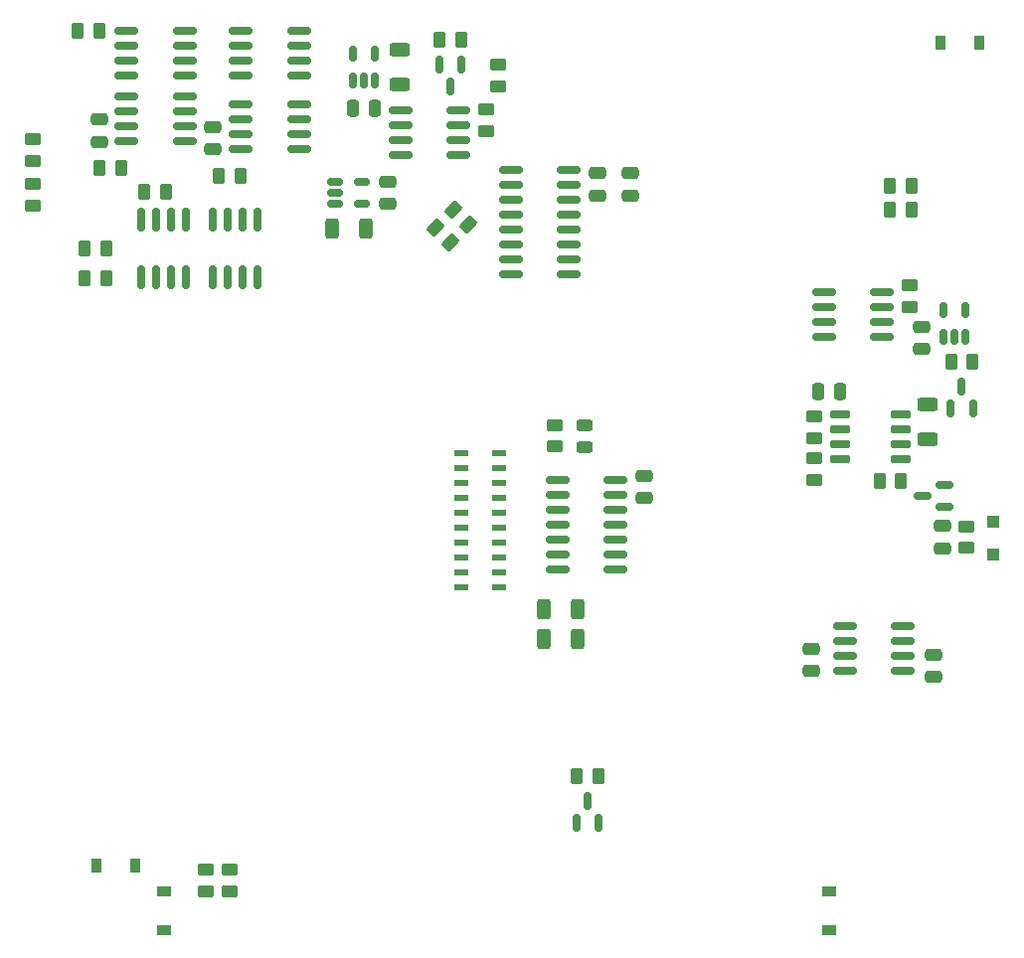
<source format=gbr>
%TF.GenerationSoftware,KiCad,Pcbnew,6.0.10*%
%TF.CreationDate,2022-12-28T18:15:44-05:00*%
%TF.ProjectId,piridium-bus,70697269-6469-4756-9d2d-6275732e6b69,rev?*%
%TF.SameCoordinates,Original*%
%TF.FileFunction,Paste,Top*%
%TF.FilePolarity,Positive*%
%FSLAX46Y46*%
G04 Gerber Fmt 4.6, Leading zero omitted, Abs format (unit mm)*
G04 Created by KiCad (PCBNEW 6.0.10) date 2022-12-28 18:15:44*
%MOMM*%
%LPD*%
G01*
G04 APERTURE LIST*
G04 Aperture macros list*
%AMRoundRect*
0 Rectangle with rounded corners*
0 $1 Rounding radius*
0 $2 $3 $4 $5 $6 $7 $8 $9 X,Y pos of 4 corners*
0 Add a 4 corners polygon primitive as box body*
4,1,4,$2,$3,$4,$5,$6,$7,$8,$9,$2,$3,0*
0 Add four circle primitives for the rounded corners*
1,1,$1+$1,$2,$3*
1,1,$1+$1,$4,$5*
1,1,$1+$1,$6,$7*
1,1,$1+$1,$8,$9*
0 Add four rect primitives between the rounded corners*
20,1,$1+$1,$2,$3,$4,$5,0*
20,1,$1+$1,$4,$5,$6,$7,0*
20,1,$1+$1,$6,$7,$8,$9,0*
20,1,$1+$1,$8,$9,$2,$3,0*%
G04 Aperture macros list end*
%ADD10RoundRect,0.250000X-0.262500X-0.450000X0.262500X-0.450000X0.262500X0.450000X-0.262500X0.450000X0*%
%ADD11RoundRect,0.250000X0.250000X0.475000X-0.250000X0.475000X-0.250000X-0.475000X0.250000X-0.475000X0*%
%ADD12RoundRect,0.250000X0.450000X-0.262500X0.450000X0.262500X-0.450000X0.262500X-0.450000X-0.262500X0*%
%ADD13RoundRect,0.250000X0.262500X0.450000X-0.262500X0.450000X-0.262500X-0.450000X0.262500X-0.450000X0*%
%ADD14RoundRect,0.150000X-0.825000X-0.150000X0.825000X-0.150000X0.825000X0.150000X-0.825000X0.150000X0*%
%ADD15RoundRect,0.150000X-0.725000X-0.150000X0.725000X-0.150000X0.725000X0.150000X-0.725000X0.150000X0*%
%ADD16RoundRect,0.250000X-0.450000X0.262500X-0.450000X-0.262500X0.450000X-0.262500X0.450000X0.262500X0*%
%ADD17RoundRect,0.243750X0.456250X-0.243750X0.456250X0.243750X-0.456250X0.243750X-0.456250X-0.243750X0*%
%ADD18RoundRect,0.250000X0.475000X-0.250000X0.475000X0.250000X-0.475000X0.250000X-0.475000X-0.250000X0*%
%ADD19RoundRect,0.250000X0.625000X-0.312500X0.625000X0.312500X-0.625000X0.312500X-0.625000X-0.312500X0*%
%ADD20R,1.200000X0.900000*%
%ADD21RoundRect,0.250000X-0.475000X0.250000X-0.475000X-0.250000X0.475000X-0.250000X0.475000X0.250000X0*%
%ADD22RoundRect,0.150000X0.825000X0.150000X-0.825000X0.150000X-0.825000X-0.150000X0.825000X-0.150000X0*%
%ADD23RoundRect,0.150000X0.150000X-0.512500X0.150000X0.512500X-0.150000X0.512500X-0.150000X-0.512500X0*%
%ADD24R,0.900000X1.200000*%
%ADD25RoundRect,0.250000X-0.312500X-0.625000X0.312500X-0.625000X0.312500X0.625000X-0.312500X0.625000X0*%
%ADD26RoundRect,0.150000X-0.150000X0.587500X-0.150000X-0.587500X0.150000X-0.587500X0.150000X0.587500X0*%
%ADD27RoundRect,0.150000X0.150000X-0.825000X0.150000X0.825000X-0.150000X0.825000X-0.150000X-0.825000X0*%
%ADD28RoundRect,0.250000X-0.503814X-0.132583X-0.132583X-0.503814X0.503814X0.132583X0.132583X0.503814X0*%
%ADD29RoundRect,0.150000X0.150000X-0.587500X0.150000X0.587500X-0.150000X0.587500X-0.150000X-0.587500X0*%
%ADD30RoundRect,0.150000X-0.512500X-0.150000X0.512500X-0.150000X0.512500X0.150000X-0.512500X0.150000X0*%
%ADD31RoundRect,0.250000X0.312500X0.625000X-0.312500X0.625000X-0.312500X-0.625000X0.312500X-0.625000X0*%
%ADD32RoundRect,0.250000X-0.250000X-0.475000X0.250000X-0.475000X0.250000X0.475000X-0.250000X0.475000X0*%
%ADD33RoundRect,0.150000X0.587500X0.150000X-0.587500X0.150000X-0.587500X-0.150000X0.587500X-0.150000X0*%
%ADD34RoundRect,0.250000X0.503814X0.132583X0.132583X0.503814X-0.503814X-0.132583X-0.132583X-0.503814X0*%
%ADD35RoundRect,0.150000X-0.150000X0.825000X-0.150000X-0.825000X0.150000X-0.825000X0.150000X0.825000X0*%
%ADD36R,1.100000X1.100000*%
%ADD37R,1.270000X0.508000*%
%ADD38RoundRect,0.250000X-0.625000X0.312500X-0.625000X-0.312500X0.625000X-0.312500X0.625000X0.312500X0*%
G04 APERTURE END LIST*
D10*
%TO.C,R46*%
X178054000Y-103378000D03*
X179879000Y-103378000D03*
%TD*%
D11*
%TO.C,C33*%
X174686000Y-95758000D03*
X172786000Y-95758000D03*
%TD*%
D12*
%TO.C,R24*%
X144526000Y-73556500D03*
X144526000Y-71731500D03*
%TD*%
D13*
%TO.C,R23*%
X142390500Y-65786000D03*
X140565500Y-65786000D03*
%TD*%
D14*
%TO.C,U8*%
X146623000Y-76835000D03*
X146623000Y-78105000D03*
X146623000Y-79375000D03*
X146623000Y-80645000D03*
X146623000Y-81915000D03*
X146623000Y-83185000D03*
X146623000Y-84455000D03*
X146623000Y-85725000D03*
X151573000Y-85725000D03*
X151573000Y-84455000D03*
X151573000Y-83185000D03*
X151573000Y-81915000D03*
X151573000Y-80645000D03*
X151573000Y-79375000D03*
X151573000Y-78105000D03*
X151573000Y-76835000D03*
%TD*%
D15*
%TO.C,U15*%
X174717000Y-97663000D03*
X174717000Y-98933000D03*
X174717000Y-100203000D03*
X174717000Y-101473000D03*
X179867000Y-101473000D03*
X179867000Y-100203000D03*
X179867000Y-98933000D03*
X179867000Y-97663000D03*
%TD*%
D14*
%TO.C,Q3*%
X123641000Y-71247000D03*
X123641000Y-72517000D03*
X123641000Y-73787000D03*
X123641000Y-75057000D03*
X128591000Y-75057000D03*
X128591000Y-73787000D03*
X128591000Y-72517000D03*
X128591000Y-71247000D03*
%TD*%
D16*
%TO.C,R45*%
X185420000Y-107225500D03*
X185420000Y-109050500D03*
%TD*%
D17*
%TO.C,D1*%
X152908000Y-100451000D03*
X152908000Y-98576000D03*
%TD*%
D18*
%TO.C,C18*%
X172212000Y-119568000D03*
X172212000Y-117668000D03*
%TD*%
D19*
%TO.C,R47*%
X182118000Y-99760500D03*
X182118000Y-96835500D03*
%TD*%
D20*
%TO.C,D7*%
X117094000Y-138304000D03*
X117094000Y-141604000D03*
%TD*%
D16*
%TO.C,R8*%
X172466000Y-101449500D03*
X172466000Y-103274500D03*
%TD*%
D14*
%TO.C,Q2*%
X113927000Y-65009000D03*
X113927000Y-66279000D03*
X113927000Y-67549000D03*
X113927000Y-68819000D03*
X118877000Y-68819000D03*
X118877000Y-67549000D03*
X118877000Y-66279000D03*
X118877000Y-65009000D03*
%TD*%
D21*
%TO.C,C19*%
X154024000Y-77126000D03*
X154024000Y-79026000D03*
%TD*%
D18*
%TO.C,C34*%
X183388000Y-109088000D03*
X183388000Y-107188000D03*
%TD*%
D22*
%TO.C,Q8*%
X142175000Y-75565000D03*
X142175000Y-74295000D03*
X142175000Y-73025000D03*
X142175000Y-71755000D03*
X137225000Y-71755000D03*
X137225000Y-73025000D03*
X137225000Y-74295000D03*
X137225000Y-75565000D03*
%TD*%
D13*
%TO.C,R6*%
X113434500Y-76708000D03*
X111609500Y-76708000D03*
%TD*%
D23*
%TO.C,U14*%
X183454000Y-91053500D03*
X184404000Y-91053500D03*
X185354000Y-91053500D03*
X185354000Y-88778500D03*
X183454000Y-88778500D03*
%TD*%
D24*
%TO.C,D6*%
X114680000Y-136144000D03*
X111380000Y-136144000D03*
%TD*%
D10*
%TO.C,R43*%
X184126500Y-93218000D03*
X185951500Y-93218000D03*
%TD*%
D25*
%TO.C,R26*%
X149413500Y-116840000D03*
X152338500Y-116840000D03*
%TD*%
D12*
%TO.C,R36*%
X120650000Y-138326500D03*
X120650000Y-136501500D03*
%TD*%
D26*
%TO.C,Q7*%
X142428000Y-67896500D03*
X140528000Y-67896500D03*
X141478000Y-69771500D03*
%TD*%
D16*
%TO.C,R7*%
X172466000Y-97893500D03*
X172466000Y-99718500D03*
%TD*%
D13*
%TO.C,R13*%
X117244500Y-78740000D03*
X115419500Y-78740000D03*
%TD*%
D25*
%TO.C,R27*%
X149413500Y-114300000D03*
X152338500Y-114300000D03*
%TD*%
D21*
%TO.C,C15*%
X182626000Y-118176000D03*
X182626000Y-120076000D03*
%TD*%
D27*
%TO.C,Q5*%
X121285000Y-86041000D03*
X122555000Y-86041000D03*
X123825000Y-86041000D03*
X125095000Y-86041000D03*
X125095000Y-81091000D03*
X123825000Y-81091000D03*
X122555000Y-81091000D03*
X121285000Y-81091000D03*
%TD*%
D28*
%TO.C,R20*%
X141711530Y-80243530D03*
X143002000Y-81534000D03*
%TD*%
D10*
%TO.C,R30*%
X178919500Y-78232000D03*
X180744500Y-78232000D03*
%TD*%
D12*
%TO.C,R28*%
X150368000Y-100426000D03*
X150368000Y-98601000D03*
%TD*%
D10*
%TO.C,R12*%
X110339500Y-83566000D03*
X112164500Y-83566000D03*
%TD*%
D14*
%TO.C,Q4*%
X113927000Y-70597000D03*
X113927000Y-71867000D03*
X113927000Y-73137000D03*
X113927000Y-74407000D03*
X118877000Y-74407000D03*
X118877000Y-73137000D03*
X118877000Y-71867000D03*
X118877000Y-70597000D03*
%TD*%
D29*
%TO.C,Q9*%
X184089000Y-97203500D03*
X185989000Y-97203500D03*
X185039000Y-95328500D03*
%TD*%
D10*
%TO.C,R3*%
X109774500Y-65009000D03*
X111599500Y-65009000D03*
%TD*%
D30*
%TO.C,U4*%
X131704500Y-77856000D03*
X131704500Y-78806000D03*
X131704500Y-79756000D03*
X133979500Y-79756000D03*
X133979500Y-77856000D03*
%TD*%
D10*
%TO.C,R48*%
X152249500Y-128524000D03*
X154074500Y-128524000D03*
%TD*%
D16*
%TO.C,R22*%
X145542000Y-67921500D03*
X145542000Y-69746500D03*
%TD*%
D20*
%TO.C,D2*%
X173751000Y-138304000D03*
X173751000Y-141604000D03*
%TD*%
D16*
%TO.C,R14*%
X105918000Y-78081500D03*
X105918000Y-79906500D03*
%TD*%
D22*
%TO.C,Q10*%
X178243000Y-91059000D03*
X178243000Y-89789000D03*
X178243000Y-88519000D03*
X178243000Y-87249000D03*
X173293000Y-87249000D03*
X173293000Y-88519000D03*
X173293000Y-89789000D03*
X173293000Y-91059000D03*
%TD*%
D14*
%TO.C,Q1*%
X123641000Y-65009000D03*
X123641000Y-66279000D03*
X123641000Y-67549000D03*
X123641000Y-68819000D03*
X128591000Y-68819000D03*
X128591000Y-67549000D03*
X128591000Y-66279000D03*
X128591000Y-65009000D03*
%TD*%
D31*
%TO.C,R17*%
X134304500Y-81854000D03*
X131379500Y-81854000D03*
%TD*%
D32*
%TO.C,C20*%
X133162000Y-71628000D03*
X135062000Y-71628000D03*
%TD*%
D13*
%TO.C,R1*%
X123594500Y-77358000D03*
X121769500Y-77358000D03*
%TD*%
D14*
%TO.C,U5*%
X150628040Y-103297260D03*
X150628040Y-104567260D03*
X150628040Y-105837260D03*
X150628040Y-107107260D03*
X150628040Y-108377260D03*
X150628040Y-109647260D03*
X150628040Y-110917260D03*
X155578040Y-110917260D03*
X155578040Y-109647260D03*
X155578040Y-108377260D03*
X155578040Y-107107260D03*
X155578040Y-105837260D03*
X155578040Y-104567260D03*
X155578040Y-103297260D03*
%TD*%
D21*
%TO.C,C14*%
X136144000Y-77856000D03*
X136144000Y-79756000D03*
%TD*%
D16*
%TO.C,R37*%
X122682000Y-136501500D03*
X122682000Y-138326500D03*
%TD*%
D33*
%TO.C,Q11*%
X183563500Y-105598000D03*
X183563500Y-103698000D03*
X181688500Y-104648000D03*
%TD*%
D13*
%TO.C,R29*%
X180744500Y-80264000D03*
X178919500Y-80264000D03*
%TD*%
D12*
%TO.C,R9*%
X105918000Y-76096500D03*
X105918000Y-74271500D03*
%TD*%
D34*
%TO.C,R21*%
X141478000Y-83058000D03*
X140187530Y-81767530D03*
%TD*%
D18*
%TO.C,C4*%
X111576000Y-74468000D03*
X111576000Y-72568000D03*
%TD*%
D21*
%TO.C,C17*%
X157988000Y-102936000D03*
X157988000Y-104836000D03*
%TD*%
D29*
%TO.C,Q12*%
X152212000Y-132509500D03*
X154112000Y-132509500D03*
X153162000Y-130634500D03*
%TD*%
D35*
%TO.C,Q6*%
X118999000Y-81091000D03*
X117729000Y-81091000D03*
X116459000Y-81091000D03*
X115189000Y-81091000D03*
X115189000Y-86041000D03*
X116459000Y-86041000D03*
X117729000Y-86041000D03*
X118999000Y-86041000D03*
%TD*%
D21*
%TO.C,C32*%
X181610000Y-90236000D03*
X181610000Y-92136000D03*
%TD*%
D24*
%TO.C,D3*%
X183262000Y-66040000D03*
X186562000Y-66040000D03*
%TD*%
D12*
%TO.C,R44*%
X180594000Y-88542500D03*
X180594000Y-86717500D03*
%TD*%
D36*
%TO.C,D10*%
X187706000Y-106804000D03*
X187706000Y-109604000D03*
%TD*%
D23*
%TO.C,U9*%
X133162000Y-69209500D03*
X134112000Y-69209500D03*
X135062000Y-69209500D03*
X135062000Y-66934500D03*
X133162000Y-66934500D03*
%TD*%
D37*
%TO.C,A3*%
X142435040Y-112441260D03*
X145663380Y-112441260D03*
X142435040Y-111171260D03*
X145663380Y-111171260D03*
X142435040Y-109901260D03*
X145663380Y-109901260D03*
X142435040Y-108631260D03*
X145663380Y-108631260D03*
X142435040Y-107361260D03*
X145663380Y-107361260D03*
X142435040Y-106091260D03*
X145663380Y-106091260D03*
X142435040Y-104821260D03*
X145663380Y-104821260D03*
X142435040Y-103551260D03*
X145663380Y-103551260D03*
X142435040Y-102281260D03*
X145663380Y-102281260D03*
X142435040Y-101011260D03*
X145663380Y-101011260D03*
%TD*%
D21*
%TO.C,C3*%
X121290000Y-73218000D03*
X121290000Y-75118000D03*
%TD*%
D14*
%TO.C,U6*%
X175071000Y-115697000D03*
X175071000Y-116967000D03*
X175071000Y-118237000D03*
X175071000Y-119507000D03*
X180021000Y-119507000D03*
X180021000Y-118237000D03*
X180021000Y-116967000D03*
X180021000Y-115697000D03*
%TD*%
D13*
%TO.C,R11*%
X112164500Y-86106000D03*
X110339500Y-86106000D03*
%TD*%
D21*
%TO.C,C21*%
X156818000Y-77126000D03*
X156818000Y-79026000D03*
%TD*%
D38*
%TO.C,R25*%
X137160000Y-66609500D03*
X137160000Y-69534500D03*
%TD*%
M02*

</source>
